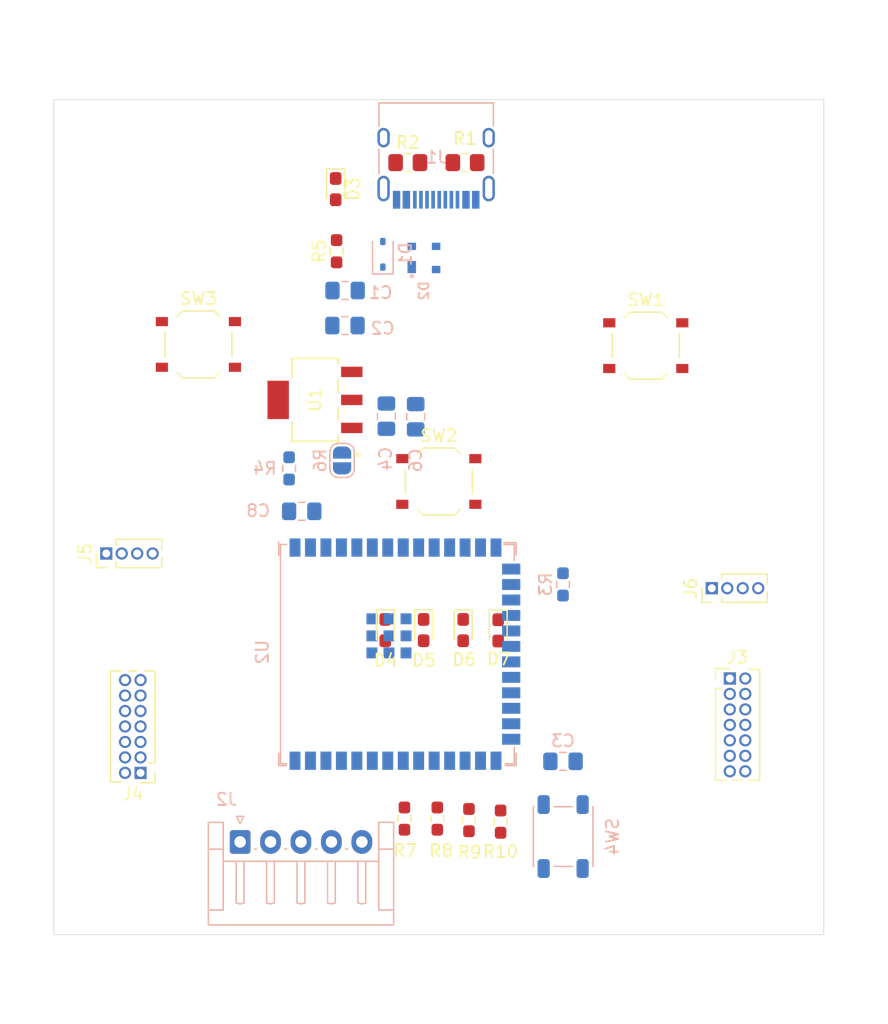
<source format=kicad_pcb>
(kicad_pcb (version 20241229) (generator "pcbnew") (generator_version "9.0")
  (layers (0 "F.Cu" signal) (2 "B.Cu" signal) (13 "F.Paste" user) (15 "B.Paste" user) (5 "F.SilkS" user "F.Silkscreen") (7 "B.SilkS" user "B.Silkscreen") (1 "F.Mask" user) (3 "B.Mask" user) (25 "Edge.Cuts" user))
  (net 0 "")
  (net 1 "GND")
  (net 2 "VCC_3V3")
  (net 3 "GPIO0")
  (net 4 "VCC_5V")
  (net 5 "VBUS")
  (net 6 "Net-(D3-A)")
  (net 7 "Net-(D5-A)")
  (net 8 "Net-(D4-A)")
  (net 9 "Net-(D6-A)")
  (net 10 "Net-(D7-A)")
  (net 11 "D-")
  (net 12 "D+")
  (net 15 "TXD0")
  (net 16 "/CC2")
  (net 17 "/CC1")
  (net 18 "RXD0")
  (net 19 "GPIO41")
  (net 20 "GPIO42")
  (net 21 "/CHIP_PU")
  (net 22 "GPIO2")
  (net 23 "GPIO1")
  (net 24 "GPIO7")
  (net 25 "GPIO10")
  (net 26 "GPIO9")
  (net 27 "GPIO8")
  (net 28 "GPIO13")
  (net 29 "GPIO4")
  (net 30 "GPIO11")
  (net 31 "GPIO14")
  (net 32 "GPIO12")
  (net 33 "GPIO5")
  (net 34 "GPIO16")
  (net 35 "GPIO18")
  (net 36 "GPIO6")
  (net 37 "GPIO17")
  (net 38 "GPIO3")
  (net 39 "ESP_3.3V")
  (net 40 "GPIO35")
  (net 41 "GPIO36")
  (net 42 "GPIO37")
  (net 43 "GPIO38")
  (net 44 "GPIO21")
  (net 45 "GPIO47")
  (net 46 "GPIO48")
  (footprint "Resistor_SMD:R_0603_1608Metric_Pad0.98x0.95mm_HandSolder" (layer "F.Cu") (at 144.625 132.175 90)
    (property "Reference" "R7" (at -2.625 0.05 0) (layer "F.SilkS"))
    (property "Value" "1K" (hide yes))
    (fp_line (start -0.254724 -0.5225) (end 0.254724 -0.5225) (stroke (width 0.12)) (layer "F.SilkS"))
    (fp_line (start -0.254724 0.5225) (end 0.254724 0.5225) (stroke (width 0.12)) (layer "F.SilkS"))
    (pad "1" smd roundrect (at -0.9125 0 90) (size 0.975 0.95) (layers "F.Cu" "F.Mask" "F.Paste") (net 43 "GPIO38"))
    (pad "2" smd roundrect (at 0.9125 0 90) (size 0.975 0.95) (layers "F.Cu" "F.Mask" "F.Paste") (net 8 "Net-(D4-A)"))
  )
  (footprint "LED_SMD:LED_0603_1608Metric_Pad1.05x0.95mm_HandSolder" (layer "F.Cu") (at 149.45 116.7 -90)
    (property "Reference" "D6" (at 2.425 -0.075 180) (layer "F.SilkS"))
    (property "Value" "LED" (hide yes))
    (fp_line (start -1.66 0.735) (end 0.8 0.735) (stroke (width 0.12)) (layer "F.SilkS"))
    (fp_line (start -1.66 -0.735) (end -1.66 0.735) (stroke (width 0.12)) (layer "F.SilkS"))
    (fp_line (start 0.8 -0.735) (end -1.66 -0.735) (stroke (width 0.12)) (layer "F.SilkS"))
    (pad "1" smd roundrect (at -0.875 0 270) (size 1.05 0.95) (layers "F.Cu" "F.Mask" "F.Paste") (net 1 "GND"))
    (pad "2" smd roundrect (at 0.875 0 270) (size 1.05 0.95) (layers "F.Cu" "F.Mask" "F.Paste") (net 9 "Net-(D6-A)"))
  )
  (footprint "Resistor_SMD:R_0603_1608Metric_Pad0.98x0.95mm_HandSolder" (layer "F.Cu") (at 152.525 132.425 90)
    (property "Reference" "R10" (at -2.45 0 0) (layer "F.SilkS"))
    (property "Value" "1K" (hide yes))
    (fp_line (start -0.254724 -0.5225) (end 0.254724 -0.5225) (stroke (width 0.12)) (layer "F.SilkS"))
    (fp_line (start -0.254724 0.5225) (end 0.254724 0.5225) (stroke (width 0.12)) (layer "F.SilkS"))
    (pad "1" smd roundrect (at -0.9125 0 90) (size 0.975 0.95) (layers "F.Cu" "F.Mask" "F.Paste") (net 40 "GPIO35"))
    (pad "2" smd roundrect (at 0.9125 0 90) (size 0.975 0.95) (layers "F.Cu" "F.Mask" "F.Paste") (net 10 "Net-(D7-A)"))
  )
  (footprint "Resistor_SMD:R_0603_1608Metric_Pad0.98x0.95mm_HandSolder" (layer "F.Cu") (at 147.325 132.175 90)
    (property "Reference" "R8" (at -2.6375 0.315 0) (layer "F.SilkS"))
    (property "Value" "1K" (hide yes))
    (fp_line (start -0.254724 -0.5225) (end 0.254724 -0.5225) (stroke (width 0.12)) (layer "F.SilkS"))
    (fp_line (start -0.254724 0.5225) (end 0.254724 0.5225) (stroke (width 0.12)) (layer "F.SilkS"))
    (pad "1" smd roundrect (at -0.9125 0 90) (size 0.975 0.95) (layers "F.Cu" "F.Mask" "F.Paste") (net 42 "GPIO37"))
    (pad "2" smd roundrect (at 0.9125 0 90) (size 0.975 0.95) (layers "F.Cu" "F.Mask" "F.Paste") (net 7 "Net-(D5-A)"))
  )
  (footprint "LED_SMD:LED_0603_1608Metric_Pad1.05x0.95mm_HandSolder" (layer "F.Cu") (at 146.2 116.7 -90)
    (property "Reference" "D5" (at 2.475 -0.025 180) (layer "F.SilkS"))
    (property "Value" "LED" (hide yes))
    (fp_line (start -1.66 0.735) (end 0.8 0.735) (stroke (width 0.12)) (layer "F.SilkS"))
    (fp_line (start -1.66 -0.735) (end -1.66 0.735) (stroke (width 0.12)) (layer "F.SilkS"))
    (fp_line (start 0.8 -0.735) (end -1.66 -0.735) (stroke (width 0.12)) (layer "F.SilkS"))
    (pad "1" smd roundrect (at -0.875 0 270) (size 1.05 0.95) (layers "F.Cu" "F.Mask" "F.Paste") (net 1 "GND"))
    (pad "2" smd roundrect (at 0.875 0 270) (size 1.05 0.95) (layers "F.Cu" "F.Mask" "F.Paste") (net 7 "Net-(D5-A)"))
  )
  (footprint "Button_Switch_SMD:SW_Push_1P1T_XKB_TS-1187A" (layer "F.Cu") (at 147.45 104.5)
    (property "Reference" "SW2" (at 0 -3.75 0) (layer "F.SilkS"))
    (property "Value" "SW_Push" (hide yes))
    (fp_line (start -2.75 -1) (end -2.75 1) (stroke (width 0.12)) (layer "F.SilkS"))
    (fp_line (start -1.75 -2.3) (end -1.3 -2.75) (stroke (width 0.12)) (layer "F.SilkS"))
    (fp_line (start -1.75 2.3) (end -1.3 2.75) (stroke (width 0.12)) (layer "F.SilkS"))
    (fp_line (start -1.3 -2.75) (end 1.3 -2.75) (stroke (width 0.12)) (layer "F.SilkS"))
    (fp_line (start -1.3 2.75) (end 1.3 2.75) (stroke (width 0.12)) (layer "F.SilkS"))
    (fp_line (start 1.75 -2.3) (end 1.3 -2.75) (stroke (width 0.12)) (layer "F.SilkS"))
    (fp_line (start 1.75 2.3) (end 1.3 2.75) (stroke (width 0.12)) (layer "F.SilkS"))
    (fp_line (start 2.75 -1) (end 2.75 1) (stroke (width 0.12)) (layer "F.SilkS"))
    (pad "1" smd rect (at -3 -1.875) (size 1 0.75) (layers "F.Cu" "F.Mask" "F.Paste") (net 1 "GND"))
    (pad "1" smd rect (at 3 -1.875) (size 1 0.75) (layers "F.Cu" "F.Mask" "F.Paste") (net 1 "GND"))
    (pad "2" smd rect (at -3 1.875) (size 1 0.75) (layers "F.Cu" "F.Mask" "F.Paste") (net 45 "GPIO47"))
    (pad "2" smd rect (at 3 1.875) (size 1 0.75) (layers "F.Cu" "F.Mask" "F.Paste") (net 45 "GPIO47"))
  )
  (footprint "LED_SMD:LED_0603_1608Metric_Pad1.05x0.95mm_HandSolder" (layer "F.Cu") (at 143.05 116.7 -90)
    (property "Reference" "D4" (at 2.475 -0.025 180) (layer "F.SilkS"))
    (property "Value" "LED" (hide yes))
    (fp_line (start -1.66 0.735) (end 0.8 0.735) (stroke (width 0.12)) (layer "F.SilkS"))
    (fp_line (start -1.66 -0.735) (end -1.66 0.735) (stroke (width 0.12)) (layer "F.SilkS"))
    (fp_line (start 0.8 -0.735) (end -1.66 -0.735) (stroke (width 0.12)) (layer "F.SilkS"))
    (pad "1" smd roundrect (at -0.875 0 270) (size 1.05 0.95) (layers "F.Cu" "F.Mask" "F.Paste") (net 1 "GND"))
    (pad "2" smd roundrect (at 0.875 0 270) (size 1.05 0.95) (layers "F.Cu" "F.Mask" "F.Paste") (net 8 "Net-(D4-A)"))
  )
  (footprint "Connector_PinHeader_1.27mm:PinHeader_1x04_P1.27mm_Vertical" (layer "F.Cu") (at 120.13 110.4125 90)
    (property "Reference" "J5" (at 0 -1.745 90) (layer "F.SilkS"))
    (property "Value" "left sholder")
    (fp_line (start -1.16 -0.81) (end 0 -0.81) (stroke (width 0.12)) (layer "F.SilkS"))
    (fp_line (start -1.16 0) (end -1.16 -0.81) (stroke (width 0.12)) (layer "F.SilkS"))
    (fp_line (start 1.16 0.81) (end 1.16 4.555) (stroke (width 0.12)) (layer "F.SilkS"))
    (fp_line (start 0.666708 0.81) (end 1.16 0.81) (stroke (width 0.12)) (layer "F.SilkS"))
    (fp_line (start -1.16 0.81) (end -0.666708 0.81) (stroke (width 0.12)) (layer "F.SilkS"))
    (fp_line (start -1.16 0.81) (end -1.16 4.555) (stroke (width 0.12)) (layer "F.SilkS"))
    (fp_line (start 0.317923 4.555) (end 1.16 4.555) (stroke (width 0.12)) (layer "F.SilkS"))
    (fp_line (start -1.16 4.555) (end -0.317923 4.555) (stroke (width 0.12)) (layer "F.SilkS"))
    (pad "1" thru_hole rect (at 0 0 90) (size 1 1) (drill 0.65) (layers "*.Cu" "*.Mask") (net 2 "VCC_3V3"))
    (pad "2" thru_hole circle (at 0 1.27 90) (size 1 1) (drill 0.65) (layers "*.Cu" "*.Mask") (net 35 "GPIO18"))
    (pad "3" thru_hole circle (at 0 2.54 90) (size 1 1) (drill 0.65) (layers "*.Cu" "*.Mask") (net 36 "GPIO6"))
    (pad "4" thru_hole circle (at 0 3.81 90) (size 1 1) (drill 0.65) (layers "*.Cu" "*.Mask") (net 1 "GND"))
  )
  (footprint "LED_SMD:LED_0603_1608Metric_Pad1.05x0.95mm_HandSolder" (layer "F.Cu") (at 152.325 116.725 -90)
    (property "Reference" "D7" (at 2.35 -0.05 180) (layer "F.SilkS"))
    (property "Value" "LED" (hide yes))
    (fp_line (start -1.66 0.735) (end 0.8 0.735) (stroke (width 0.12)) (layer "F.SilkS"))
    (fp_line (start -1.66 -0.735) (end -1.66 0.735) (stroke (width 0.12)) (layer "F.SilkS"))
    (fp_line (start 0.8 -0.735) (end -1.66 -0.735) (stroke (width 0.12)) (layer "F.SilkS"))
    (pad "1" smd roundrect (at -0.875 0 270) (size 1.05 0.95) (layers "F.Cu" "F.Mask" "F.Paste") (net 1 "GND"))
    (pad "2" smd roundrect (at 0.875 0 270) (size 1.05 0.95) (layers "F.Cu" "F.Mask" "F.Paste") (net 10 "Net-(D7-A)"))
  )
  (footprint "Resistor_SMD:R_0805_2012Metric_Pad1.20x1.40mm_HandSolder" (layer "F.Cu") (at 144.9 78.325)
    (property "Reference" "R2" (at 0 -1.65 0) (layer "F.SilkS"))
    (property "Value" "5.1K")
    (fp_line (start -0.227064 -0.735) (end 0.227064 -0.735) (stroke (width 0.12)) (layer "F.SilkS"))
    (fp_line (start -0.227064 0.735) (end 0.227064 0.735) (stroke (width 0.12)) (layer "F.SilkS"))
    (pad "1" smd roundrect (at -1 0) (size 1.2 1.4) (layers "F.Cu" "F.Mask" "F.Paste") (roundrect_rratio 0.208333) (net 1 "GND"))
    (pad "2" smd roundrect (at 1 0) (size 1.2 1.4) (layers "F.Cu" "F.Mask" "F.Paste") (roundrect_rratio 0.208333) (net 17 "/CC1"))
  )
  (footprint "Connector_PinHeader_1.27mm:PinHeader_2x07_P1.27mm_Vertical" (layer "F.Cu") (at 122.945 128.4225 180)
    (property "Reference" "J4" (at 0.635 -1.745 0) (layer "F.SilkS"))
    (property "Value" "left face mod")
    (fp_line (start 2.45 -0.745) (end 2.45 8.365) (stroke (width 0.12)) (layer "F.SilkS"))
    (fp_line (start 1.587923 8.365) (end 2.45 8.365) (stroke (width 0.12)) (layer "F.SilkS"))
    (fp_line (start 1.587923 -0.745) (end 2.45 -0.745) (stroke (width 0.12)) (layer "F.SilkS"))
    (fp_line (start 0.317923 8.365) (end 0.952077 8.365) (stroke (width 0.12)) (layer "F.SilkS"))
    (fp_line (start -1.18 8.365) (end -0.317923 8.365) (stroke (width 0.12)) (layer "F.SilkS"))
    (fp_line (start -1.18 0.81) (end -0.666708 0.81) (stroke (width 0.12)) (layer "F.SilkS"))
    (fp_line (start -1.18 0.81) (end -1.18 8.365) (stroke (width 0.12)) (layer "F.SilkS"))
    (fp_line (start -1.18 0) (end -1.18 -0.81) (stroke (width 0.12)) (layer "F.SilkS"))
    (fp_line (start -1.18 -0.81) (end 0 -0.81) (stroke (width 0.12)) (layer "F.SilkS"))
    (pad "1" thru_hole rect (at 0 0 180) (size 1 1) (drill 0.65) (layers "*.Cu" "*.Mask") (net 34 "GPIO16"))
    (pad "2" thru_hole circle (at 1.27 0 180) (size 1 1) (drill 0.65) (layers "*.Cu" "*.Mask") (net 2 "VCC_3V3"))
    (pad "3" thru_hole circle (at 0 1.27 180) (size 1 1) (drill 0.65) (layers "*.Cu" "*.Mask") (net 33 "GPIO5"))
    (pad "4" thru_hole circle (at 1.27 1.27 180) (size 1 1) (drill 0.65) (layers "*.Cu" "*.Mask"))
    (pad "5" thru_hole circle (at 0 2.54 180) (size 1 1) (drill 0.65) (layers "*.Cu" "*.Mask") (net 29 "GPIO4"))
    (pad "6" thru_hole circle (at 1.27 2.54 180) (size 1 1) (drill 0.65) (layers "*.Cu" "*.Mask") (net 1 "GND"))
    (pad "7" thru_hole circle (at 0 3.81 180) (size 1 1) (drill 0.65) (layers "*.Cu" "*.Mask") (net 28 "GPIO13"))
    (pad "8" thru_hole circle (at 1.27 3.81 180) (size 1 1) (drill 0.65) (layers "*.Cu" "*.Mask"))
    (pad "9" thru_hole circle (at 0 5.08 180) (size 1 1) (drill 0.65) (layers "*.Cu" "*.Mask") (net 32 "GPIO12"))
    (pad "10" thru_hole circle (at 1.27 5.08 180) (size 1 1) (drill 0.65) (layers "*.Cu" "*.Mask") (net 2 "VCC_3V3"))
    (pad "11" thru_hole circle (at 0 6.35 180) (size 1 1) (drill 0.65) (layers "*.Cu" "*.Mask") (net 31 "GPIO14"))
    (pad "12" thru_hole circle (at 1.27 6.35 180) (size 1 1) (drill 0.65) (layers "*.Cu" "*.Mask"))
    (pad "13" thru_hole circle (at 0 7.62 180) (size 1 1) (drill 0.65) (layers "*.Cu" "*.Mask") (net 30 "GPIO11"))
    (pad "14" thru_hole circle (at 1.27 7.62 180) (size 1 1) (drill 0.65) (layers "*.Cu" "*.Mask") (net 1 "GND"))
  )
  (footprint "Resistor_SMD:R_0603_1608Metric_Pad0.98x0.95mm_HandSolder" (layer "F.Cu") (at 139.05 85.6 90)
    (property "Reference" "R5" (at 0 -1.43 90) (layer "F.SilkS"))
    (property "Value" "1K")
    (fp_line (start -0.254724 -0.5225) (end 0.254724 -0.5225) (stroke (width 0.12)) (layer "F.SilkS"))
    (fp_line (start -0.254724 0.5225) (end 0.254724 0.5225) (stroke (width 0.12)) (layer "F.SilkS"))
    (pad "1" smd roundrect (at -0.9125 0 90) (size 0.975 0.95) (layers "F.Cu" "F.Mask" "F.Paste") (net 2 "VCC_3V3"))
    (pad "2" smd roundrect (at 0.9125 0 90) (size 0.975 0.95) (layers "F.Cu" "F.Mask" "F.Paste") (net 6 "Net-(D3-A)"))
  )
  (footprint "AZ1117CH_3_3TRG1:SOT-223_DIO" (layer "F.Cu") (at 137.275 97.8035 90)
    (property "Reference" "U1" (at 0 0 90) (layer "F.SilkS"))
    (property "Value" "AZ1117CH-3.3TRG1" (hide yes))
    (fp_line (start 3.402 -1.902) (end 1.803343 -1.902) (stroke (width 0.1524)) (layer "F.SilkS"))
    (fp_line (start -1.803343 -1.902) (end -3.402 -1.902) (stroke (width 0.1524)) (layer "F.SilkS"))
    (fp_line (start -3.402 -1.902) (end -3.402 1.902) (stroke (width 0.1524)) (layer "F.SilkS"))
    (fp_line (start 3.402 1.902) (end 3.402 -1.902) (stroke (width 0.1524)) (layer "F.SilkS"))
    (fp_line (start 2.953344 1.902) (end 3.402 1.902) (stroke (width 0.1524)) (layer "F.SilkS"))
    (fp_line (start 0.653343 1.902) (end 1.646657 1.902) (stroke (width 0.1524)) (layer "F.SilkS"))
    (fp_line (start -1.646657 1.902) (end -0.653343 1.902) (stroke (width 0.1524)) (layer "F.SilkS"))
    (fp_line (start -3.402 1.902) (end -2.953343 1.902) (stroke (width 0.1524)) (layer "F.SilkS"))
    (fp_circle (center -4.545 3.55) (end -4.418 3.55) (stroke (width 0.1524)) (fill no) (layer "F.SilkS"))
    (pad "1" smd rect (at -2.3 3.025 90) (size 0.8508 1.7612) (layers "F.Cu" "F.Mask" "F.Paste") (net 1 "GND"))
    (pad "2" smd rect (at 0 3.025 90) (size 0.8508 1.7612) (layers "F.Cu" "F.Mask" "F.Paste") (net 2 "VCC_3V3"))
    (pad "3" smd rect (at 2.3 3.025 90) (size 0.8508 1.7612) (layers "F.Cu" "F.Mask" "F.Paste") (net 4 "VCC_5V"))
    (pad "4" smd rect (at 0 -3.025 90) (size 3.150799 1.7612) (layers "F.Cu" "F.Mask" "F.Paste"))
  )
  (footprint "Resistor_SMD:R_0805_2012Metric_Pad1.20x1.40mm_HandSolder" (layer "F.Cu") (at 149.6 78.325 180)
    (property "Reference" "R1" (at 0 1.975 0) (layer "F.SilkS"))
    (property "Value" "5.1K")
    (fp_line (start -0.227064 0.735) (end 0.227064 0.735) (stroke (width 0.12)) (layer "F.SilkS"))
    (fp_line (start -0.227064 -0.735) (end 0.227064 -0.735) (stroke (width 0.12)) (layer "F.SilkS"))
    (pad "1" smd roundrect (at -1 0 180) (size 1.2 1.4) (layers "F.Cu" "F.Mask" "F.Paste") (roundrect_rratio 0.208333) (net 1 "GND"))
    (pad "2" smd roundrect (at 1 0 180) (size 1.2 1.4) (layers "F.Cu" "F.Mask" "F.Paste") (roundrect_rratio 0.208333) (net 16 "/CC2"))
  )
  (footprint "LED_SMD:LED_0603_1608Metric_Pad1.05x0.95mm_HandSolder" (layer "F.Cu") (at 138.975 80.5 -90)
    (property "Reference" "D3" (at 0 -1.43 90) (layer "F.SilkS"))
    (property "Value" "LED")
    (fp_line (start -1.66 0.735) (end 0.8 0.735) (stroke (width 0.12)) (layer "F.SilkS"))
    (fp_line (start -1.66 -0.735) (end -1.66 0.735) (stroke (width 0.12)) (layer "F.SilkS"))
    (fp_line (start 0.8 -0.735) (end -1.66 -0.735) (stroke (width 0.12)) (layer "F.SilkS"))
    (pad "1" smd roundrect (at -0.875 0 270) (size 1.05 0.95) (layers "F.Cu" "F.Mask" "F.Paste") (net 1 "GND"))
    (pad "2" smd roundrect (at 0.875 0 270) (size 1.05 0.95) (layers "F.Cu" "F.Mask" "F.Paste") (net 6 "Net-(D3-A)"))
  )
  (footprint "Connector_PinHeader_1.27mm:PinHeader_1x04_P1.27mm_Vertical" (layer "F.Cu") (at 169.875 113.2625 90)
    (property "Reference" "J6" (at 0 -1.745 90) (layer "F.SilkS"))
    (property "Value" "right sholder")
    (fp_line (start -1.16 -0.81) (end 0 -0.81) (stroke (width 0.12)) (layer "F.SilkS"))
    (fp_line (start -1.16 0) (end -1.16 -0.81) (stroke (width 0.12)) (layer "F.SilkS"))
    (fp_line (start 1.16 0.81) (end 1.16 4.555) (stroke (width 0.12)) (layer "F.SilkS"))
    (fp_line (start 0.666708 0.81) (end 1.16 0.81) (stroke (width 0.12)) (layer "F.SilkS"))
    (fp_line (start -1.16 0.81) (end -0.666708 0.81) (stroke (width 0.12)) (layer "F.SilkS"))
    (fp_line (start -1.16 0.81) (end -1.16 4.555) (stroke (width 0.12)) (layer "F.SilkS"))
    (fp_line (start 0.317923 4.555) (end 1.16 4.555) (stroke (width 0.12)) (layer "F.SilkS"))
    (fp_line (start -1.16 4.555) (end -0.317923 4.555) (stroke (width 0.12)) (layer "F.SilkS"))
    (pad "1" thru_hole rect (at 0 0 90) (size 1 1) (drill 0.65) (layers "*.Cu" "*.Mask") (net 2 "VCC_3V3"))
    (pad "2" thru_hole circle (at 0 1.27 90) (size 1 1) (drill 0.65) (layers "*.Cu" "*.Mask") (net 37 "GPIO17"))
    (pad "3" thru_hole circle (at 0 2.54 90) (size 1 1) (drill 0.65) (layers "*.Cu" "*.Mask") (net 38 "GPIO3"))
    (pad "4" thru_hole circle (at 0 3.81 90) (size 1 1) (drill 0.65) (layers "*.Cu" "*.Mask") (net 1 "GND"))
  )
  (footprint "Connector_PinHeader_1.27mm:PinHeader_2x07_P1.27mm_Vertical" (layer "F.Cu") (at 171.355 120.6725)
    (property "Reference" "J3" (at 0.635 -1.745 0) (layer "F.SilkS"))
    (property "Value" "right face mod")
    (fp_line (start -1.18 -0.81) (end 0 -0.81) (stroke (width 0.12)) (layer "F.SilkS"))
    (fp_line (start -1.18 0) (end -1.18 -0.81) (stroke (width 0.12)) (layer "F.SilkS"))
    (fp_line (start -1.18 0.81) (end -1.18 8.365) (stroke (width 0.12)) (layer "F.SilkS"))
    (fp_line (start -1.18 0.81) (end -0.666708 0.81) (stroke (width 0.12)) (layer "F.SilkS"))
    (fp_line (start -1.18 8.365) (end -0.317923 8.365) (stroke (width 0.12)) (layer "F.SilkS"))
    (fp_line (start 0.317923 8.365) (end 0.952077 8.365) (stroke (width 0.12)) (layer "F.SilkS"))
    (fp_line (start 1.587923 -0.745) (end 2.45 -0.745) (stroke (width 0.12)) (layer "F.SilkS"))
    (fp_line (start 1.587923 8.365) (end 2.45 8.365) (stroke (width 0.12)) (layer "F.SilkS"))
    (fp_line (start 2.45 -0.745) (end 2.45 8.365) (stroke (width 0.12)) (layer "F.SilkS"))
    (pad "1" thru_hole rect (at 0 0) (size 1 1) (drill 0.65) (layers "*.Cu" "*.Mask") (net 2 "VCC_3V3"))
    (pad "2" thru_hole circle (at 1.27 0) (size 1 1) (drill 0.65) (layers "*.Cu" "*.Mask") (net 24 "GPIO7"))
    (pad "3" thru_hole circle (at 0 1.27) (size 1 1) (drill 0.65) (layers "*.Cu" "*.Mask"))
    (pad "4" thru_hole circle (at 1.27 1.27) (size 1 1) (drill 0.65) (layers "*.Cu" "*.Mask") (net 27 "GPIO8"))
    (pad "5" thru_hole circle (at 0 2.54) (size 1 1) (drill 0.65) (layers "*.Cu" "*.Mask") (net 1 "GND"))
    (pad "6" thru_hole circle (at 1.27 2.54) (size 1 1) (drill 0.65) (layers "*.Cu" "*.Mask") (net 26 "GPIO9"))
    (pad "7" thru_hole circle (at 0 3.81) (size 1 1) (drill 0.65) (layers "*.Cu" "*.Mask"))
    (pad "8" thru_hole circle (at 1.27 3.81) (size 1 1) (drill 0.65) (layers "*.Cu" "*.Mask") (net 25 "GPIO10"))
    (pad "9" thru_hole circle (at 0 5.08) (size 1 1) (drill 0.65) (layers "*.Cu" "*.Mask") (net 2 "VCC_3V3"))
    (pad "10" thru_hole circle (at 1.27 5.08) (size 1 1) (drill 0.65) (layers "*.Cu" "*.Mask") (net 23 "GPIO1"))
    (pad "11" thru_hole circle (at 0 6.35) (size 1 1) (drill 0.65) (layers "*.Cu" "*.Mask"))
    (pad "12" thru_hole circle (at 1.27 6.35) (size 1 1) (drill 0.65) (layers "*.Cu" "*.Mask") (net 22 "GPIO2"))
    (pad "13" thru_hole circle (at 0 7.62) (size 1 1) (drill 0.65) (layers "*.Cu" "*.Mask") (net 1 "GND"))
    (pad "14" thru_hole circle (at 1.27 7.62) (size 1 1) (drill 0.65) (layers "*.Cu" "*.Mask") (net 23 "GPIO1"))
  )
  (footprint "Button_Switch_SMD:SW_Push_1P1T_XKB_TS-1187A" (layer "F.Cu") (at 164.45 93.35)
    (property "Reference" "SW1" (at 0 -3.75 0) (layer "F.SilkS"))
    (property "Value" "SW_Push" (hide yes))
    (fp_line (start -2.75 -1) (end -2.75 1) (stroke (width 0.12)) (layer "F.SilkS"))
    (fp_line (start -1.75 -2.3) (end -1.3 -2.75) (stroke (width 0.12)) (layer "F.SilkS"))
    (fp_line (start -1.75 2.3) (end -1.3 2.75) (stroke (width 0.12)) (layer "F.SilkS"))
    (fp_line (start -1.3 -2.75) (end 1.3 -2.75) (stroke (width 0.12)) (layer "F.SilkS"))
    (fp_line (start -1.3 2.75) (end 1.3 2.75) (stroke (width 0.12)) (layer "F.SilkS"))
    (fp_line (start 1.75 -2.3) (end 1.3 -2.75) (stroke (width 0.12)) (layer "F.SilkS"))
    (fp_line (start 1.75 2.3) (end 1.3 2.75) (stroke (width 0.12)) (layer "F.SilkS"))
    (fp_line (start 2.75 -1) (end 2.75 1) (stroke (width 0.12)) (layer "F.SilkS"))
    (pad "1" smd rect (at -3 -1.875) (size 1 0.75) (layers "F.Cu" "F.Mask" "F.Paste") (net 1 "GND"))
    (pad "1" smd rect (at 3 -1.875) (size 1 0.75) (layers "F.Cu" "F.Mask" "F.Paste") (net 1 "GND"))
    (pad "2" smd rect (at -3 1.875) (size 1 0.75) (layers "F.Cu" "F.Mask" "F.Paste") (net 44 "GPIO21"))
    (pad "2" smd rect (at 3 1.875) (size 1 0.75) (layers "F.Cu" "F.Mask" "F.Paste") (net 44 "GPIO21"))
  )
  (footprint "Resistor_SMD:R_0603_1608Metric_Pad0.98x0.95mm_HandSolder" (layer "F.Cu") (at 149.925 132.3 90)
    (property "Reference" "R9" (at -2.65 0.05 0) (layer "F.SilkS"))
    (property "Value" "1K" (hide yes))
    (fp_line (start -0.254724 -0.5225) (end 0.254724 -0.5225) (stroke (width 0.12)) (layer "F.SilkS"))
    (fp_line (start -0.254724 0.5225) (end 0.254724 0.5225) (stroke (width 0.12)) (layer "F.SilkS"))
    (pad "1" smd roundrect (at -0.9125 0 90) (size 0.975 0.95) (layers "F.Cu" "F.Mask" "F.Paste") (net 41 "GPIO36"))
    (pad "2" smd roundrect (at 0.9125 0 90) (size 0.975 0.95) (layers "F.Cu" "F.Mask" "F.Paste") (net 9 "Net-(D6-A)"))
  )
  (footprint "Button_Switch_SMD:SW_Push_1P1T_XKB_TS-1187A" (layer "F.Cu") (at 127.7 93.25)
    (property "Reference" "SW3" (at 0 -3.75 0) (layer "F.SilkS"))
    (property "Value" "SW_Push" (hide yes))
    (fp_line (start -2.75 -1) (end -2.75 1) (stroke (width 0.12)) (layer "F.SilkS"))
    (fp_line (start -1.75 -2.3) (end -1.3 -2.75) (stroke (width 0.12)) (layer "F.SilkS"))
    (fp_line (start -1.75 2.3) (end -1.3 2.75) (stroke (width 0.12)) (layer "F.SilkS"))
    (fp_line (start -1.3 -2.75) (end 1.3 -2.75) (stroke (width 0.12)) (layer "F.SilkS"))
    (fp_line (start -1.3 2.75) (end 1.3 2.75) (stroke (width 0.12)) (layer "F.SilkS"))
    (fp_line (start 1.75 -2.3) (end 1.3 -2.75) (stroke (width 0.12)) (layer "F.SilkS"))
    (fp_line (start 1.75 2.3) (end 1.3 2.75) (stroke (width 0.12)) (layer "F.SilkS"))
    (fp_line (start 2.75 -1) (end 2.75 1) (stroke (width 0.12)) (layer "F.SilkS"))
    (pad "1" smd rect (at -3 -1.875) (size 1 0.75) (layers "F.Cu" "F.Mask" "F.Paste") (net 1 "GND"))
    (pad "1" smd rect (at 3 -1.875) (size 1 0.75) (layers "F.Cu" "F.Mask" "F.Paste") (net 1 "GND"))
    (pad "2" smd rect (at -3 1.875) (size 1 0.75) (layers "F.Cu" "F.Mask" "F.Paste") (net 46 "GPIO48"))
    (pad "2" smd rect (at 3 1.875) (size 1 0.75) (layers "F.Cu" "F.Mask" "F.Paste") (net 46 "GPIO48"))
  )
  (footprint "Capacitor_SMD:C_0805_2012Metric_Pad1.18x1.45mm_HandSolder" (layer "B.Cu") (at 139.7375 91.7 180)
    (property "Reference" "C2" (at -3.1 -0.225 0) (layer "B.SilkS") (effects (justify mirror)))
    (property "Value" "0.1uF" (hide yes))
    (fp_line (start -0.261252 0.735) (end 0.261252 0.735) (stroke (width 0.12)) (layer "B.SilkS"))
    (fp_line (start -0.261252 -0.735) (end 0.261252 -0.735) (stroke (width 0.12)) (layer "B.SilkS"))
    (pad "1" smd roundrect (at -1.0375 0 180) (size 1.175 1.45) (layers "B.Cu" "B.Mask" "B.Paste") (roundrect_rratio 0.212766) (net 4 "VCC_5V"))
    (pad "2" smd roundrect (at 1.0375 0 180) (size 1.175 1.45) (layers "B.Cu" "B.Mask" "B.Paste") (roundrect_rratio 0.212766) (net 1 "GND"))
  )
  (footprint "Diode_SMD:D_SOD-323" (layer "B.Cu") (at 142.85 85.85 90)
    (property "Reference" "D1" (at 0 1.85 90) (layer "B.SilkS") (effects (justify mirror)))
    (property "Value" "1N5819WS" (hide yes))
    (fp_line (start -1.61 -0.85) (end 1.05 -0.85) (stroke (width 0.12)) (layer "B.SilkS"))
    (fp_line (start -1.61 0.85) (end -1.61 -0.85) (stroke (width 0.12)) (layer "B.SilkS"))
    (fp_line (start -1.61 0.85) (end 1.05 0.85) (stroke (width 0.12)) (layer "B.SilkS"))
    (pad "1" smd roundrect (at -1.05 0 90) (size 0.6 0.45) (layers "B.Cu" "B.Mask" "B.Paste") (net 4 "VCC_5V"))
    (pad "2" smd roundrect (at 1.05 0 90) (size 0.6 0.45) (layers "B.Cu" "B.Mask" "B.Paste") (net 5 "VBUS"))
  )
  (footprint "PRTR5V0U2X_215:PRTR5V0U2X_215" (layer "B.Cu") (at 146.225 86.15 90)
    (property "Reference" "D2" (at -2.7 0 90) (layer "B.SilkS") (effects (font (size 0.802567 0.802567)) (justify mirror)))
    (property "Value" "PRTR5V0U2X_215" (hide yes))
    (fp_circle (center -1.5 -1) (end -1.45 -1) (stroke (width 0.127)) (fill no) (layer "B.SilkS"))
    (pad "1" smd rect (at -0.75 -1 90) (size 1 0.7) (layers "B.Cu" "B.Mask" "B.Paste") (net 1 "GND"))
    (pad "2" smd rect (at 0.95 -1 90) (size 0.6 0.7) (layers "B.Cu" "B.Mask" "B.Paste") (net 11 "D-"))
    (pad "3" smd rect (at 0.95 1 90) (size 0.6 0.7) (layers "B.Cu" "B.Mask" "B.Paste") (net 12 "D+"))
    (pad "4" smd rect (at -0.95 1 90) (size 0.6 0.7) (layers "B.Cu" "B.Mask" "B.Paste") (net 5 "VBUS"))
  )
  (footprint "PCM_Espressif:ESP32-S3-WROOM-1U" (layer "B.Cu") (at 143.895 118.675 -90)
    (property "Reference" "U2" (at -0.17 10.95 90) (layer "B.SilkS") (effects (justify mirror)))
    (property "Value" "ESP32-S3-WROOM-1U-N4" (hide yes))
    (fp_line (start -9.2 9.6) (end -8.1 9.6) (stroke (width 0.12)) (layer "B.SilkS"))
    (fp_line (start 9.15 9.6) (end 8.15 9.6) (stroke (width 0.12)) (layer "B.SilkS"))
    (fp_line (start -9 9.45) (end -9 8.95) (stroke (width 0.12)) (layer "B.SilkS"))
    (fp_line (start 9 9.45) (end -9 9.45) (stroke (width 0.12)) (layer "B.SilkS"))
    (fp_line (start 9 9.45) (end 9 8.95) (stroke (width 0.12)) (layer "B.SilkS"))
    (fp_line (start 9.15 8.95) (end 9.15 9.6) (stroke (width 0.12)) (layer "B.SilkS"))
    (fp_line (start -9 -8.9) (end -9 -9.75) (stroke (width 0.12)) (layer "B.SilkS"))
    (fp_line (start 9 -9) (end 9 -9.75) (stroke (width 0.12)) (layer "B.SilkS"))
    (fp_line (start 9.15 -9) (end 9.15 -9.9) (stroke (width 0.12)) (layer "B.SilkS"))
    (fp_line (start -9 -9.75) (end -7.7 -9.75) (stroke (width 0.12)) (layer "B.SilkS"))
    (fp_line (start 9 -9.75) (end 7.65 -9.75) (stroke (width 0.12)) (layer "B.SilkS"))
    (fp_line (start -9.15 -9.9) (end -9.15 -8.9) (stroke (width 0.12)) (layer "B.SilkS"))
    (fp_line (start -9.15 -9.9) (end -8.15 -9.9) (stroke (width 0.12)) (layer "B.SilkS"))
    (fp_line (start 9.15 -9.9) (end 8.15 -9.9) (stroke (width 0.12)) (layer "B.SilkS"))
    (pad "1" smd rect (at -8.75 8.26 270) (size 1.5 0.9) (layers "B.Cu" "B.Mask" "B.Paste") (net 1 "GND"))
    (pad "2" smd rect (at -8.75 6.99 270) (size 1.5 0.9) (layers "B.Cu" "B.Mask" "B.Paste") (net 39 "ESP_3.3V"))
    (pad "3" smd rect (at -8.75 5.72 270) (size 1.5 0.9) (layers "B.Cu" "B.Mask" "B.Paste") (net 21 "/CHIP_PU"))
    (pad "4" smd rect (at -8.75 4.45 270) (size 1.5 0.9) (layers "B.Cu" "B.Mask" "B.Paste") (net 29 "GPIO4"))
    (pad "5" smd rect (at -8.75 3.18 270) (size 1.5 0.9) (layers "B.Cu" "B.Mask" "B.Paste") (net 33 "GPIO5"))
    (pad "6" smd rect (at -8.75 1.91 270) (size 1.5 0.9) (layers "B.Cu" "B.Mask" "B.Paste") (net 36 "GPIO6"))
    (pad "7" smd rect (at -8.75 0.64 270) (size 1.5 0.9) (layers "B.Cu" "B.Mask" "B.Paste") (net 24 "GPIO7"))
    (pad "8" smd rect (at -8.75 -0.63 270) (size 1.5 0.9) (layers "B.Cu" "B.Mask" "B.Paste") (net 23 "GPIO1"))
    (pad "9" smd rect (at -8.75 -1.9 270) (size 1.5 0.9) (layers "B.Cu" "B.Mask" "B.Paste") (net 34 "GPIO16"))
    (pad "10" smd rect (at -8.75 -3.17 270) (size 1.5 0.9) (layers "B.Cu" "B.Mask" "B.Paste") (net 37 "GPIO17"))
    (pad "11" smd rect (at -8.75 -4.44 270) (size 1.5 0.9) (layers "B.Cu" "B.Mask" "B.Paste") (net 35 "GPIO18"))
    (pad "12" smd rect (at -8.75 -5.71 270) (size 1.5 0.9) (layers "B.Cu" "B.Mask" "B.Paste") (net 27 "GPIO8"))
    (pad "13" smd rect (at -8.75 -6.98 270) (size 1.5 0.9) (layers "B.Cu" "B.Mask" "B.Paste") (net 11 "D-"))
    (pad "14" smd rect (at -8.75 -8.25 270) (size 1.5 0.9) (layers "B.Cu" "B.Mask" "B.Paste") (net 12 "D+"))
    (pad "15" smd rect (at -6.985 -9.5 180) (size 1.5 0.9) (layers "B.Cu" "B.Mask" "B.Paste") (net 38 "GPIO3"))
    (pad "16" smd rect (at -5.715 -9.5 180) (size 1.5 0.9) (layers "B.Cu" "B.Mask" "B.Paste"))
    (pad "17" smd rect (at -4.445 -9.5 180) (size 1.5 0.9) (layers "B.Cu" "B.Mask" "B.Paste") (net 26 "GPIO9"))
    (pad "18" smd rect (at -3.175 -9.5 180) (size 1.5 0.9) (layers "B.Cu" "B.Mask" "B.Paste") (net 25 "GPIO10"))
    (pad "19" smd rect (at -1.905 -9.5 180) (size 1.5 0.9) (layers "B.Cu" "B.Mask" "B.Paste") (net 30 "GPIO11"))
    (pad "20" smd rect (at -0.635 -9.5 180) (size 1.5 0.9) (layers "B.Cu" "B.Mask" "B.Paste") (net 32 "GPIO12"))
    (pad "21" smd rect (at 0.635 -9.5 180) (size 1.5 0.9) (layers "B.Cu" "B.Mask" "B.Paste") (net 28 "GPIO13"))
    (pad "22" smd rect (at 1.905 -9.5 180) (size 1.5 0.9) (layers "B.Cu" "B.Mask" "B.Paste") (net 31 "GPIO14"))
    (pad "23" smd rect (at 3.175 -9.5 180) (size 1.5 0.9) (layers "B.Cu" "B.Mask" "B.Paste") (net 44 "GPIO21"))
    (pad "24" smd rect (at 4.445 -9.5 180) (size 1.5 0.9) (layers "B.Cu" "B.Mask" "B.Paste") (net 45 "GPIO47"))
    (pad "25" smd rect (at 5.715 -9.5 180) (size 1.5 0.9) (layers "B.Cu" "B.Mask" "B.Paste") (net 46 "GPIO48"))
    (pad "26" smd rect (at 6.985 -9.5 180) (size 1.5 0.9) (layers "B.Cu" "B.Mask" "B.Paste"))
    (pad "27" smd rect (at 8.75 -8.25 90) (size 1.5 0.9) (layers "B.Cu" "B.Mask" "B.Paste") (net 3 "GPIO0"))
    (pad "28" smd rect (at 8.75 -6.98 90) (size 1.5 0.9) (layers "B.Cu" "B.Mask" "B.Paste") (net 40 "GPIO35"))
    (pad "29" smd rect (at 8.75 -5.71 90) (size 1.5 0.9) (layers "B.Cu" "B.Mask" "B.Paste") (net 41 "GPIO36"))
    (pad "30" smd rect (at 8.75 -4.44 90) (size 1.5 0.9) (layers "B.Cu" "B.Mask" "B.Paste") (net 42 "GPIO37"))
    (pad "31" smd rect (at 8.75 -3.17 90) (size 1.5 0.9) (layers "B.Cu" "B.Mask" "B.Paste") (net 43 "GPIO38"))
    (pad "32" smd rect (at 8.75 -1.9 90) (size 1.5 0.9) (layers "B.Cu" "B.Mask" "B.Paste"))
    (pad "33" smd rect (at 8.75 -0.63 90) (size 1.5 0.9) (layers "B.Cu" "B.Mask" "B.Paste"))
    (pad "34" smd rect (at 8.75 0.64 90) (size 1.5 0.9) (layers "B.Cu" "B.Mask" "B.Paste") (net 19 "GPIO41"))
    (pad "35" smd rect (at 8.75 1.91 90) (size 1.5 0.9) (layers "B.Cu" "B.Mask" "B.Paste") (net 20 "GPIO42"))
    (pad "36" smd rect (at 8.75 3.18 90) (size 1.5 0.9) (layers "B.Cu" "B.Mask" "B.Paste") (net 18 "RXD0"))
    (pad "37" smd rect (at 8.75 4.45 90) (size 1.5 0.9) (layers "B.Cu" "B.Mask" "B.Paste") (net 15 "TXD0"))
    (pad "38" smd rect (at 8.75 5.72 90) (size 1.5 0.9) (layers "B.Cu" "B.Mask" "B.Paste") (net 22 "GPIO2"))
    (pad "39" smd rect (at 8.75 6.99 90) (size 1.5 0.9) (layers "B.Cu" "B.Mask" "B.Paste") (net 23 "GPIO1"))
    (pad "40" smd rect (at 8.75 8.26 90) (size 1.5 0.9) (layers "B.Cu" "B.Mask" "B.Paste") (net 1 "GND"))
    (pad "41" smd rect (at -2.9 -0.86 90) (size 0.9 0.9) (layers "B.Cu" "B.Mask" "B.Paste") (net 1 "GND"))
    (pad "41" smd rect (at -2.9 0.54 90) (size 0.9 0.9) (layers "B.Cu" "B.Mask" "B.Paste") (net 1 "GND"))
    (pad "41" smd rect (at -2.9 1.94 90) (size 0.9 0.9) (layers "B.Cu" "B.Mask" "B.Paste") (net 1 "GND"))
    (pad "41" smd rect (at -1.5 -0.86 90) (size 0.9 0.9) (layers "B.Cu" "B.Mask" "B.Paste") (net 1 "GND"))
    (pad "41" smd rect (at -1.5 0.54 90) (size 0.9 0.9) (layers "B.Cu" "B.Mask" "B.Paste") (net 1 "GND"))
    (pad "41" smd rect (at -1.5 1.94 90) (size 0.9 0.9) (layers "B.Cu" "B.Mask" "B.Paste") (net 1 "GND"))
    (pad "41" smd rect (at -0.1 -0.86 90) (size 0.9 0.9) (layers "B.Cu" "B.Mask" "B.Paste") (net 1 "GND"))
    (pad "41" smd rect (at -0.1 0.54 90) (size 0.9 0.9) (layers "B.Cu" "B.Mask" "B.Paste") (net 1 "GND"))
    (pad "41" smd rect (at -0.1 1.94 90) (size 0.9 0.9) (layers "B.Cu" "B.Mask" "B.Paste") (net 1 "GND"))
  )
  (footprint "12402012E212A:USB_C_Receptacle_HRO_TYPE-C-31-M-12" (layer "B.Cu") (at 147.23 77.325)
    (property "Reference" "J1" (at 0 0.56 0) (layer "B.SilkS") (effects (justify mirror)))
    (property "Value" "USB_C_Receptacle_USB2.0_16P" (hide yes))
    (fp_line (start -4.7 -3.9) (end 4.7 -3.9) (stroke (width 0.12)) (layer "B.SilkS"))
    (fp_line (start -4.7 -2) (end -4.7 -3.9) (stroke (width 0.12)) (layer "B.SilkS"))
    (fp_line (start -4.7 1.9) (end -4.7 -0.1) (stroke (width 0.12)) (layer "B.SilkS"))
    (fp_line (start 4.7 -2) (end 4.7 -3.9) (stroke (width 0.12)) (layer "B.SilkS"))
    (fp_line (start 4.7 1.9) (end 4.7 -0.1) (stroke (width 0.12)) (layer "B.SilkS"))
    (pad "" np_thru_hole circle (at -2.89 2.6) (size 0.65 0.65) (drill 0.65) (layers "*.Cu" "*.Mask"))
    (pad "" np_thru_hole circle (at 2.89 2.6) (size 0.65 0.65) (drill 0.65) (layers "*.Cu" "*.Mask"))
    (pad "A1" smd rect (at -3.25 4.045) (size 0.6 1.45) (layers "B.Cu" "B.Mask" "B.Paste") (net 1 "GND"))
    (pad "A4" smd rect (at -2.45 4.045) (size 0.6 1.45) (layers "B.Cu" "B.Mask" "B.Paste") (net 5 "VBUS"))
    (pad "A5" smd rect (at -1.25 4.045) (size 0.3 1.45) (layers "B.Cu" "B.Mask" "B.Paste") (net 17 "/CC1"))
    (pad "A6" smd rect (at -0.25 4.045) (size 0.3 1.45) (layers "B.Cu" "B.Mask" "B.Paste") (net 12 "D+"))
    (pad "A7" smd rect (at 0.25 4.045) (size 0.3 1.45) (layers "B.Cu" "B.Mask" "B.Paste") (net 11 "D-"))
    (pad "A8" smd rect (at 1.25 4.045) (size 0.3 1.45) (layers "B.Cu" "B.Mask" "B.Paste"))
    (pad "A9" smd rect (at 2.45 4.045) (size 0.6 1.45) (layers "B.Cu" "B.Mask" "B.Paste") (net 5 "VBUS"))
    (pad "A12" smd rect (at 3.25 4.045) (size 0.6 1.45) (layers "B.Cu" "B.Mask" "B.Paste") (net 1 "GND"))
    (pad "B1" smd rect (at 3.25 4.045) (size 0.6 1.45) (layers "B.Cu" "B.Mask" "B.Paste") (net 1 "GND"))
    (pad "B4" smd rect (at 2.45 4.045) (size 0.6 1.45) (layers "B.Cu" "B.Mask" "B.Paste") (net 5 "VBUS"))
    (pad "B5" smd rect (at 1.75 4.045) (size 0.3 1.45) (layers "B.Cu" "B.Mask" "B.Paste") (net 16 "/CC2"))
    (pad "B6" smd rect (at 0.75 4.045) (size 0.3 1.45) (layers "B.Cu" "B.Mask" "B.Paste") (net 12 "D+"))
    (pad "B7" smd rect (at -0.75 4.045) (size 0.3 1.45) (layers "B.Cu" "B.Mask" "B.Paste") (net 11 "D-"))
    (pad "B8" smd rect (at -1.75 4.045) (size 0.3 1.45) (layers "B.Cu" "B.Mask" "B.Paste"))
    (pad "B9" smd rect (at -2.45 4.045) (size 0.6 1.45) (layers "B.Cu" "B.Mask" "B.Paste") (net 5 "VBUS"))
    (pad "B12" smd rect (at -3.25 4.045) (size 0.6 1.45) (layers "B.Cu" "B.Mask" "B.Paste") (net 1 "GND"))
    (pad "S1" thru_hole oval (at -4.32 -1.05) (size 1 1.6) (drill oval 0.6 1.2) (property pad_prop_heatsink) (layers "*.Cu" "*.Mask") (net 1 "GND"))
    (pad "S1" thru_hole oval (at -4.32 3.13) (size 1 2.1) (drill oval 0.6 1.7) (property pad_prop_heatsink) (layers "*.Cu" "*.Mask") (net 1 "GND"))
    (pad "S1" thru_hole oval (at 4.32 -1.05) (size 1 1.6) (drill oval 0.6 1.2) (property pad_prop_heatsink) (layers "*.Cu" "*.Mask") (net 1 "GND"))
    (pad "S1" thru_hole oval (at 4.32 3.13) (size 1 2.1) (drill oval 0.6 1.7) (property pad_prop_heatsink) (layers "*.Cu" "*.Mask") (net 1 "GND"))
  )
  (footprint "Button_Switch_SMD:SW_SPST_PTS647_Sx38" (layer "B.Cu") (at 157.6625 133.65 90)
    (property "Reference" "SW4" (at 0 4.05 90) (layer "B.SilkS") (effects (justify mirror)))
    (property "Value" "SW_Push" (hide yes))
    (fp_line (start 2.45 -2.45) (end 2.45 -2.4) (stroke (width 0.12)) (layer "B.SilkS"))
    (fp_line (start -2.45 -2.45) (end 2.45 -2.45) (stroke (width 0.12)) (layer "B.SilkS"))
    (fp_line (start -2.45 -2.45) (end -2.45 -2.4) (stroke (width 0.12)) (layer "B.SilkS"))
    (fp_line (start 2.45 0.75) (end 2.45 -0.75) (stroke (width 0.12)) (layer "B.SilkS"))
    (fp_line (start -2.45 0.75) (end -2.45 -0.75) (stroke (width 0.12)) (layer "B.SilkS"))
    (fp_line (start 2.45 2.45) (end 2.45 2.4) (stroke (width 0.12)) (layer "B.SilkS"))
    (fp_line (start -2.45 2.45) (end -2.45 2.4) (stroke (width 0.12)) (layer "B.SilkS"))
    (fp_line (start -2.45 2.45) (end 2.45 2.45) (stroke (width 0.12)) (layer "B.SilkS"))
    (pad "1" smd roundrect (at -2.625 1.6 90) (size 1.55 1) (layers "B.Cu" "B.Mask" "B.Paste") (net 1 "GND"))
    (pad "1" smd roundrect (at 2.625 1.6 90) (size 1.55 1) (layers "B.Cu" "B.Mask" "B.Paste") (net 1 "GND"))
    (pad "2" smd roundrect (at -2.625 -1.6 90) (size 1.55 1) (layers "B.Cu" "B.Mask" "B.Paste") (net 3 "GPIO0"))
    (pad "2" smd roundrect (at 2.625 -1.6 90) (size 1.55 1) (layers "B.Cu" "B.Mask" "B.Paste") (net 3 "GPIO0"))
  )
  (footprint "Capacitor_SMD:C_0805_2012Metric_Pad1.18x1.45mm_HandSolder" (layer "B.Cu") (at 139.75 88.825 180)
    (property "Reference" "C1" (at -2.9125 -0.175 0) (layer "B.SilkS") (effects (justify mirror)))
    (property "Value" "10uF" (hide yes))
    (fp_line (start -0.261252 0.735) (end 0.261252 0.735) (stroke (width 0.12)) (layer "B.SilkS"))
    (fp_line (start -0.261252 -0.735) (end 0.261252 -0.735) (stroke (width 0.12)) (layer "B.SilkS"))
    (pad "1" smd roundrect (at -1.0375 0 180) (size 1.175 1.45) (layers "B.Cu" "B.Mask" "B.Paste") (roundrect_rratio 0.212766) (net 4 "VCC_5V"))
    (pad "2" smd roundrect (at 1.0375 0 180) (size 1.175 1.45) (layers "B.Cu" "B.Mask" "B.Paste") (roundrect_rratio 0.212766) (net 1 "GND"))
  )
  (footprint "Capacitor_SMD:C_0805_2012Metric_Pad1.18x1.45mm_HandSolder" (layer "B.Cu") (at 157.65 127.475 180)
    (property "Reference" "C3" (at 0 1.68 0) (layer "B.SilkS") (effects (justify mirror)))
    (property "Value" "0.1uF" (hide yes))
    (fp_line (start -0.261252 0.735) (end 0.261252 0.735) (stroke (width 0.12)) (layer "B.SilkS"))
    (fp_line (start -0.261252 -0.735) (end 0.261252 -0.735) (stroke (width 0.12)) (layer "B.SilkS"))
    (pad "1" smd roundrect (at -1.0375 0 180) (size 1.175 1.45) (layers "B.Cu" "B.Mask" "B.Paste") (roundrect_rratio 0.212766) (net 1 "GND"))
    (pad "2" smd roundrect (at 1.0375 0 180) (size 1.175 1.45) (layers "B.Cu" "B.Mask" "B.Paste") (roundrect_rratio 0.212766) (net 3 "GPIO0"))
  )
  (footprint "Capacitor_SMD:C_0805_2012Metric_Pad1.18x1.45mm_HandSolder" (layer "B.Cu") (at 136.1875 106.95 180)
    (property "Reference" "C8" (at 3.575 0.05 0) (layer "B.SilkS") (effects (justify mirror)))
    (property "Value" "1uF")
    (fp_line (start -0.261252 0.735) (end 0.261252 0.735) (stroke (width 0.12)) (layer "B.SilkS"))
    (fp_line (start -0.261252 -0.735) (end 0.261252 -0.735) (stroke (width 0.12)) (layer "B.SilkS"))
    (pad "1" smd roundrect (at -1.0375 0 180) (size 1.175 1.45) (layers "B.Cu" "B.Mask" "B.Paste") (roundrect_rratio 0.212766) (net 21 "/CHIP_PU"))
    (pad "2" smd roundrect (at 1.0375 0 180) (size 1.175 1.45) (layers "B.Cu" "B.Mask" "B.Paste") (roundrect_rratio 0.212766) (net 1 "GND"))
  )
  (footprint "Resistor_SMD:R_0603_1608Metric_Pad0.98x0.95mm_HandSolder" (layer "B.Cu") (at 157.65 112.95 -90)
    (property "Reference" "R3" (at 0 1.43 90) (layer "B.SilkS") (effects (justify mirror)))
    (property "Value" "1K")
    (fp_line (start -0.254724 0.5225) (end 0.254724 0.5225) (stroke (width 0.12)) (layer "B.SilkS"))
    (fp_line (start -0.254724 -0.5225) (end 0.254724 -0.5225) (stroke (width 0.12)) (layer "B.SilkS"))
    (pad "1" smd roundrect (at -0.9125 0 270) (size 0.975 0.95) (layers "B.Cu" "B.Mask" "B.Paste") (net 38 "GPIO3"))
    (pad "2" smd roundrect (at 0.9125 0 270) (size 0.975 0.95) (layers "B.Cu" "B.Mask" "B.Paste") (net 2 "VCC_3V3"))
  )
  (footprint "Capacitor_SMD:C_0805_2012Metric_Pad1.18x1.45mm_HandSolder" (layer "B.Cu") (at 143.14 99.1375 -90)
    (property "Reference" "C4" (at 3.5 0.075 90) (layer "B.SilkS") (effects (justify mirror)))
    (property "Value" "0.1uF" (hide yes))
    (fp_line (start -0.261252 0.735) (end 0.261252 0.735) (stroke (width 0.12)) (layer "B.SilkS"))
    (fp_line (start -0.261252 -0.735) (end 0.261252 -0.735) (stroke (width 0.12)) (layer "B.SilkS"))
    (pad "1" smd roundrect (at -1.0375 0 270) (size 1.175 1.45) (layers "B.Cu" "B.Mask" "B.Paste") (roundrect_rratio 0.212766) (net 2 "VCC_3V3"))
    (pad "2" smd roundrect (at 1.0375 0 270) (size 1.175 1.45) (layers "B.Cu" "B.Mask" "B.Paste") (roundrect_rratio 0.212766) (net 1 "GND"))
  )
  (footprint "Capacitor_SMD:C_0805_2012Metric_Pad1.18x1.45mm_HandSolder" (layer "B.Cu") (at 145.55 99.1875 -90)
    (property "Reference" "C6" (at 3.575 0.01 90) (layer "B.SilkS") (effects (justify mirror)))
    (property "Value" "10uF" (hide yes))
    (fp_line (start -0.261252 0.735) (end 0.261252 0.735) (stroke (width 0.12)) (layer "B.SilkS"))
    (fp_line (start -0.261252 -0.735) (end 0.261252 -0.735) (stroke (width 0.12)) (layer "B.SilkS"))
    (pad "1" smd roundrect (at -1.0375 0 270) (size 1.175 1.45) (layers "B.Cu" "B.Mask" "B.Paste") (roundrect_rratio 0.212766) (net 2 "VCC_3V3"))
    (pad "2" smd roundrect (at 1.0375 0 270) (size 1.175 1.45) (layers "B.Cu" "B.Mask" "B.Paste") (roundrect_rratio 0.212766) (net 1 "GND"))
  )
  (footprint "Connector_JST:JST_EH_S5B-EH_1x05_P2.50mm_Horizontal" (layer "B.Cu") (at 131.125 134.0925)
    (property "Reference" "J2" (at -1.125 -3.4925 0) (layer "B.SilkS") (effects (justify mirror)))
    (property "Value" "Conn_01x05_Pin")
    (fp_line (start -2.61 -1.61) (end -2.61 6.81) (stroke (width 0.12)) (layer "B.SilkS"))
    (fp_line (start -2.61 5.59) (end -1.39 5.59) (stroke (width 0.12)) (layer "B.SilkS"))
    (fp_line (start -2.61 6.81) (end 12.61 6.81) (stroke (width 0.12)) (layer "B.SilkS"))
    (fp_line (start -1.39 -1.61) (end -2.61 -1.61) (stroke (width 0.12)) (layer "B.SilkS"))
    (fp_line (start -1.39 0.59) (end -2.61 0.59) (stroke (width 0.12)) (layer "B.SilkS"))
    (fp_line (start -1.39 0.59) (end -1.39 -1.61) (stroke (width 0.12)) (layer "B.SilkS"))
    (fp_line (start -1.39 1.59) (end 11.39 1.59) (stroke (width 0.12)) (layer "B.SilkS"))
    (fp_line (start -1.39 5.59) (end -1.39 0.59) (stroke (width 0.12)) (layer "B.SilkS"))
    (fp_line (start -0.32 1.59) (end -0.32 5.01) (stroke (width 0.12)) (layer "B.SilkS"))
    (fp_line (start -0.32 5.01) (end 0 5.09) (stroke (width 0.12)) (layer "B.SilkS"))
    (fp_line (start -0.3 -2.1) (end 0.3 -2.1) (stroke (width 0.12)) (layer "B.SilkS"))
    (fp_line (start 0 -1.5) (end -0.3 -2.1) (stroke (width 0.12)) (layer "B.SilkS"))
    (fp_line (start 0 1.59) (end -0.32 1.59) (stroke (width 0.12)) (layer "B.SilkS"))
    (fp_line (start 0 5.09) (end 0.32 5.01) (stroke (width 0.12)) (layer "B.SilkS"))
    (fp_line (start 0.3 -2.1) (end 0 -1.5) (stroke (width 0.12)) (layer "B.SilkS"))
    (fp_line (start 0.32 1.59) (end 0 1.59) (stroke (width 0.12)) (layer "B.SilkS"))
    (fp_line (start 0.32 5.01) (end 0.32 1.59) (stroke (width 0.12)) (layer "B.SilkS"))
    (fp_line (start 1.17 0.59) (end 1.33 0.59) (stroke (width 0.12)) (layer "B.SilkS"))
    (fp_line (start 2.18 1.59) (end 2.18 5.01) (stroke (width 0.12)) (layer "B.SilkS"))
    (fp_line (start 2.18 5.01) (end 2.5 5.09) (stroke (width 0.12)) (layer "B.SilkS"))
    (fp_line (start 2.5 1.59) (end 2.18 1.59) (stroke (width 0.12)) (layer "B.SilkS"))
    (fp_line (start 2.5 5.09) (end 2.82 5.01) (stroke (width 0.12)) (layer "B.SilkS"))
    (fp_line (start 2.82 1.59) (end 2.5 1.59) (stroke (width 0.12)) (layer "B.SilkS"))
    (fp_line (start 2.82 5.01) (end 2.82 1.59) (stroke (width 0.12)) (layer "B.SilkS"))
    (fp_line (start 3.67 0.59) (end 3.83 0.59) (stroke (width 0.12)) (layer "B.SilkS"))
    (fp_line (start 4.68 1.59) (end 4.68 5.01) (stroke (width 0.12)) (layer "B.SilkS"))
    (fp_line (start 4.68 5.01) (end 5 5.09) (stroke (width 0.12)) (layer "B.SilkS"))
    (fp_line (start 5 1.59) (end 4.68 1.59) (stroke (width 0.12)) (layer "B.SilkS"))
    (fp_line (start 5 5.09) (end 5.32 5.01) (stroke (width 0.12)) (layer "B.SilkS"))
    (fp_line (start 5.32 1.59) (end 5 1.59) (stroke (width 0.12)) (layer "B.SilkS"))
    (fp_line (start 5.32 5.01) (end 5.32 1.59) (stroke (width 0.12)) (layer "B.SilkS"))
    (fp_line (start 6.17 0.59) (end 6.33 0.59) (stroke (width 0.12)) (layer "B.SilkS"))
    (fp_line (start 7.18 1.59) (end 7.18 5.01) (stroke (width 0.12)) (layer "B.SilkS"))
    (fp_line (start 7.18 5.01) (end 7.5 5.09) (stroke (width 0.12)) (layer "B.SilkS"))
    (fp_line (start 7.5 1.59) (end 7.18 1.59) (stroke (width 0.12)) (layer "B.SilkS"))
    (fp_line (start 7.5 5.09) (end 7.82 5.01) (stroke (width 0.12)) (layer "B.SilkS"))
    (fp_line (start 7.82 1.59) (end 7.5 1.59) (stroke (width 0.12)) (layer "B.SilkS"))
    (fp_line (start 7.82 5.01) (end 7.82 1.59) (stroke (width 0.12)) (layer "B.SilkS"))
    (fp_line (start 8.67 0.59) (end 8.83 0.59) (stroke (width 0.12)) (layer "B.SilkS"))
    (fp_line (start 9.68 1.59) (end 9.68 5.01) (stroke (width 0.12)) (layer "B.SilkS"))
    (fp_line (start 9.68 5.01) (end 10 5.09) (stroke (width 0.12)) (layer "B.SilkS"))
    (fp_line (start 10 1.59) (end 9.68 1.59) (stroke (width 0.12)) (layer "B.SilkS"))
    (fp_line (start 10 5.09) (end 10.32 5.01) (stroke (width 0.12)) (layer "B.SilkS"))
    (fp_line (start 10.32 1.59) (end 10 1.59) (stroke (width 0.12)) (layer "B.SilkS"))
    (fp_line (start 10.32 5.01) (end 10.32 1.59) (stroke (width 0.12)) (layer "B.SilkS"))
    (fp_line (start 11.39 -1.61) (end 11.39 0.59) (stroke (width 0.12)) (layer "B.SilkS"))
    (fp_line (start 11.39 0.59) (end 12.61 0.59) (stroke (width 0.12)) (layer "B.SilkS"))
    (fp_line (start 11.39 5.59) (end 11.39 0.59) (stroke (width 0.12)) (layer "B.SilkS"))
    (fp_line (start 12.61 -1.61) (end 11.39 -1.61) (stroke (width 0.12)) (layer "B.SilkS"))
    (fp_line (start 12.61 5.59) (end 11.39 5.59) (stroke (width 0.12)) (layer "B.SilkS"))
    (fp_line (start 12.61 6.81) (end 12.61 -1.61) (stroke (width 0.12)) (layer "B.SilkS"))
    (pad "1" thru_hole roundrect (at 0 0) (size 1.7 1.95) (drill 0.95) (layers "*.Cu" "*.Mask") (roundrect_rratio 0.147059) (net 15 "TXD0"))
    (pad "2" thru_hole oval (at 2.5 0) (size 1.7 1.95) (drill 0.95) (layers "*.Cu" "*.Mask") (net 18 "RXD0"))
    (pad "3" thru_hole oval (at 5 0) (size 1.7 1.95) (drill 0.95) (layers "*.Cu" "*.Mask") (net 1 "GND"))
    (pad "4" thru_hole oval (at 7.5 0) (size 1.7 1.95) (drill 0.95) (layers "*.Cu" "*.Mask") (net 20 "GPIO42"))
    (pad "5" thru_hole oval (at 10 0) (size 1.7 1.95) (drill 0.95) (layers "*.Cu" "*.Mask") (net 19 "GPIO41"))
  )
  (footprint "Resistor_SMD:R_0603_1608Metric_Pad0.98x0.95mm_HandSolder" (layer "B.Cu") (at 135.15 103.425 -90)
    (property "Reference" "R4" (at 0 2 0) (layer "B.SilkS") (effects (justify mirror)))
    (property "Value" "10K" (hide yes))
    (fp_line (start -0.254724 0.5225) (end 0.254724 0.5225) (stroke (width 0.12)) (layer "B.SilkS"))
    (fp_line (start -0.254724 -0.5225) (end 0.254724 -0.5225) (stroke (width 0.12)) (layer "B.SilkS"))
    (pad "1" smd roundrect (at -0.9125 0 270) (size 0.975 0.95) (layers "B.Cu" "B.Mask" "B.Paste") (net 21 "/CHIP_PU"))
    (pad "2" smd roundrect (at 0.9125 0 270) (size 0.975 0.95) (layers "B.Cu" "B.Mask" "B.Paste") (net 39 "ESP_3.3V"))
  )
  (footprint "Jumper:SolderJumper-2_P1.3mm_Open_RoundedPad1.0x1.5mm" (layer "B.Cu") (at 139.5 102.775 -90)
    (property "Reference" "R6" (at 0 1.8 90) (layer "B.SilkS") (effects (justify mirror)))
    (property "Value" "0" (hide yes))
    (fp_line (start -0.7 1) (end 0.7 1) (stroke (width 0.12)) (layer "B.SilkS"))
    (fp_line (start 1.4 0.3) (end 1.4 -0.3) (stroke (width 0.12)) (layer "B.SilkS"))
    (fp_line (start -1.4 -0.3) (end -1.4 0.3) (stroke (width 0.12)) (layer "B.SilkS"))
    (fp_line (start 0.7 -1) (end -0.7 -1) (stroke (width 0.12)) (layer "B.SilkS"))
    (fp_arc (start -0.7 1) (mid -1.194975 0.794975) (end -1.4 0.3) (stroke (width 0.12)) (layer "B.SilkS"))
    (fp_arc (start 1.4 0.3) (mid 1.194975 0.794975) (end 0.7 1) (stroke (width 0.12)) (layer "B.SilkS"))
    (fp_arc (start -1.4 -0.3) (mid -1.194975 -0.794975) (end -0.7 -1) (stroke (width 0.12)) (layer "B.SilkS"))
    (fp_arc (start 0.7 -1) (mid 1.194975 -0.794975) (end 1.4 -0.3) (stroke (width 0.12)) (layer "B.SilkS"))
    (pad "1" smd custom (at -0.65 0 270) (size 1 0.5) (layers "B.Cu" "B.Mask") (net 2 "VCC_3V3") (options (clearance outline) (anchor rect)) (primitives (gr_circle (center 0 -0.25) (end 0.5 -0.25) (width 0) (fill yes)) (gr_circle (center 0 0.25) (end 0.5 0.25) (width 0) (fill yes)) (gr_poly (pts (xy 0.5 -0.75) (xy 0 -0.75) (xy 0 0.75) (xy 0.5 0.75)) (width 0) (fill yes))))
    (pad "2" smd custom (at 0.65 0 270) (size 1 0.5) (layers "B.Cu" "B.Mask") (net 39 "ESP_3.3V") (options (clearance outline) (anchor rect)) (primitives (gr_circle (center 0 -0.25) (end 0.5 -0.25) (width 0) (fill yes)) (gr_circle (center 0 0.25) (end 0.5 0.25) (width 0) (fill yes)) (gr_poly (pts (xy 0 -0.75) (xy -0.5 -0.75) (xy -0.5 0.75) (xy 0 0.75)) (width 0) (fill yes))))
  )
  (gr_rect (start 115.825 73.15) (end 179.075 141.7) (stroke (width 0.05)) (fill no) (layer "Edge.Cuts"))
)
</source>
